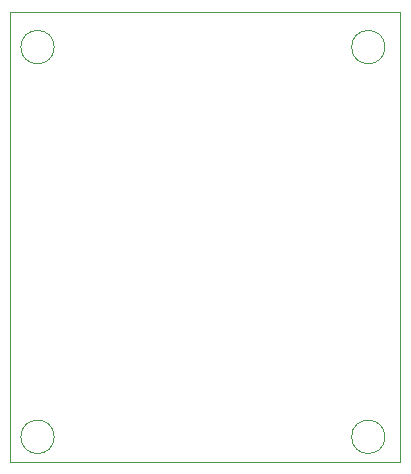
<source format=gbr>
G04 #@! TF.GenerationSoftware,KiCad,Pcbnew,(6.0.4)*
G04 #@! TF.CreationDate,2023-02-21T11:49:36-08:00*
G04 #@! TF.ProjectId,Lab4_Exercise,4c616234-5f45-4786-9572-636973652e6b,rev?*
G04 #@! TF.SameCoordinates,Original*
G04 #@! TF.FileFunction,Profile,NP*
%FSLAX46Y46*%
G04 Gerber Fmt 4.6, Leading zero omitted, Abs format (unit mm)*
G04 Created by KiCad (PCBNEW (6.0.4)) date 2023-02-21 11:49:36*
%MOMM*%
%LPD*%
G01*
G04 APERTURE LIST*
G04 #@! TA.AperFunction,Profile*
%ADD10C,0.100000*%
G04 #@! TD*
G04 APERTURE END LIST*
D10*
X171414214Y-69000000D02*
G75*
G03*
X171414214Y-69000000I-1414214J0D01*
G01*
X143414214Y-69000000D02*
G75*
G03*
X143414214Y-69000000I-1414214J0D01*
G01*
X143414214Y-102000000D02*
G75*
G03*
X143414214Y-102000000I-1414214J0D01*
G01*
X172720000Y-104140000D02*
X172720000Y-66040000D01*
X139700000Y-66040000D02*
X139700000Y-104140000D01*
X171414214Y-102000000D02*
G75*
G03*
X171414214Y-102000000I-1414214J0D01*
G01*
X139700000Y-104140000D02*
X172720000Y-104140000D01*
X172720000Y-66040000D02*
X139700000Y-66040000D01*
M02*

</source>
